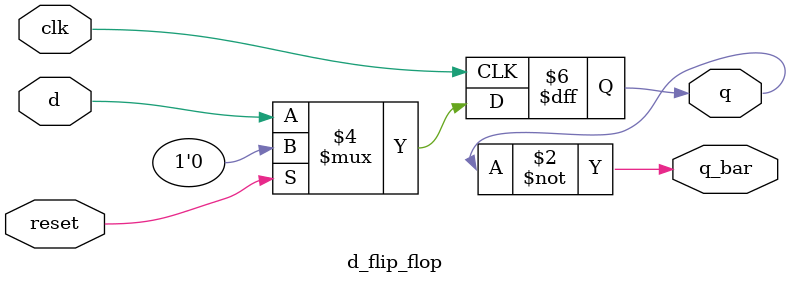
<source format=sv>
module d_flip_flop(
  input logic clk, reset, d,
  output logic q, q_bar);
  
  always_ff @( posedge clk)
    begin
      if(reset)
        q <= 0;
      else 
        q <= d;
    end
  
  assign q_bar = ~q;
endmodule  

// https://edaplayground.com/x/HuWH
</source>
